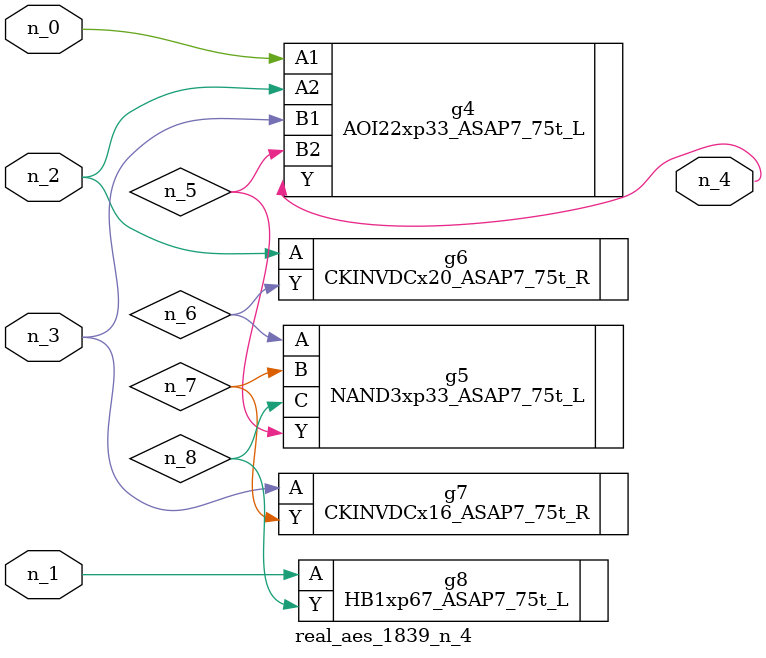
<source format=v>
module real_aes_1839_n_4 (n_0, n_3, n_2, n_1, n_4);
input n_0;
input n_3;
input n_2;
input n_1;
output n_4;
wire n_5;
wire n_7;
wire n_8;
wire n_6;
AOI22xp33_ASAP7_75t_L g4 ( .A1(n_0), .A2(n_2), .B1(n_3), .B2(n_5), .Y(n_4) );
HB1xp67_ASAP7_75t_L g8 ( .A(n_1), .Y(n_8) );
CKINVDCx20_ASAP7_75t_R g6 ( .A(n_2), .Y(n_6) );
CKINVDCx16_ASAP7_75t_R g7 ( .A(n_3), .Y(n_7) );
NAND3xp33_ASAP7_75t_L g5 ( .A(n_6), .B(n_7), .C(n_8), .Y(n_5) );
endmodule
</source>
